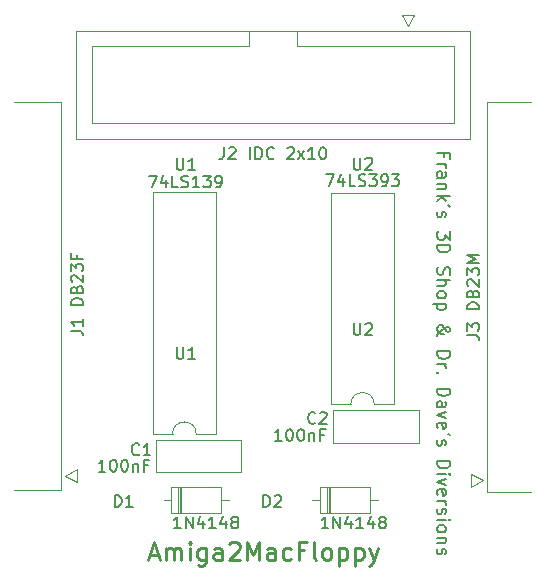
<source format=gbr>
%TF.GenerationSoftware,KiCad,Pcbnew,(5.1.9)-1*%
%TF.CreationDate,2021-07-27T22:16:15-04:00*%
%TF.ProjectId,Amiga2MacFloppy,416d6967-6132-44d6-9163-466c6f707079,1.0*%
%TF.SameCoordinates,Original*%
%TF.FileFunction,Legend,Top*%
%TF.FilePolarity,Positive*%
%FSLAX46Y46*%
G04 Gerber Fmt 4.6, Leading zero omitted, Abs format (unit mm)*
G04 Created by KiCad (PCBNEW (5.1.9)-1) date 2021-07-27 22:16:15*
%MOMM*%
%LPD*%
G01*
G04 APERTURE LIST*
%ADD10C,0.120000*%
%ADD11C,0.250000*%
%ADD12C,0.150000*%
G04 APERTURE END LIST*
D10*
X121767760Y-119492960D02*
X120767760Y-120092960D01*
X121767760Y-120592960D02*
X121767760Y-119492960D01*
X120767760Y-120092960D02*
X121767760Y-120592960D01*
X155167760Y-120992960D02*
X156167760Y-120392960D01*
X155167760Y-119892960D02*
X155167760Y-120992960D01*
X156167760Y-120392960D02*
X155167760Y-119892960D01*
D11*
X127960617Y-126742960D02*
X128674902Y-126742960D01*
X127817760Y-127171531D02*
X128317760Y-125671531D01*
X128817760Y-127171531D01*
X129317760Y-127171531D02*
X129317760Y-126171531D01*
X129317760Y-126314388D02*
X129389188Y-126242960D01*
X129532045Y-126171531D01*
X129746331Y-126171531D01*
X129889188Y-126242960D01*
X129960617Y-126385817D01*
X129960617Y-127171531D01*
X129960617Y-126385817D02*
X130032045Y-126242960D01*
X130174902Y-126171531D01*
X130389188Y-126171531D01*
X130532045Y-126242960D01*
X130603474Y-126385817D01*
X130603474Y-127171531D01*
X131317760Y-127171531D02*
X131317760Y-126171531D01*
X131317760Y-125671531D02*
X131246331Y-125742960D01*
X131317760Y-125814388D01*
X131389188Y-125742960D01*
X131317760Y-125671531D01*
X131317760Y-125814388D01*
X132674902Y-126171531D02*
X132674902Y-127385817D01*
X132603474Y-127528674D01*
X132532045Y-127600102D01*
X132389188Y-127671531D01*
X132174902Y-127671531D01*
X132032045Y-127600102D01*
X132674902Y-127100102D02*
X132532045Y-127171531D01*
X132246331Y-127171531D01*
X132103474Y-127100102D01*
X132032045Y-127028674D01*
X131960617Y-126885817D01*
X131960617Y-126457245D01*
X132032045Y-126314388D01*
X132103474Y-126242960D01*
X132246331Y-126171531D01*
X132532045Y-126171531D01*
X132674902Y-126242960D01*
X134032045Y-127171531D02*
X134032045Y-126385817D01*
X133960617Y-126242960D01*
X133817760Y-126171531D01*
X133532045Y-126171531D01*
X133389188Y-126242960D01*
X134032045Y-127100102D02*
X133889188Y-127171531D01*
X133532045Y-127171531D01*
X133389188Y-127100102D01*
X133317760Y-126957245D01*
X133317760Y-126814388D01*
X133389188Y-126671531D01*
X133532045Y-126600102D01*
X133889188Y-126600102D01*
X134032045Y-126528674D01*
X134674902Y-125814388D02*
X134746331Y-125742960D01*
X134889188Y-125671531D01*
X135246331Y-125671531D01*
X135389188Y-125742960D01*
X135460617Y-125814388D01*
X135532045Y-125957245D01*
X135532045Y-126100102D01*
X135460617Y-126314388D01*
X134603474Y-127171531D01*
X135532045Y-127171531D01*
X136174902Y-127171531D02*
X136174902Y-125671531D01*
X136674902Y-126742960D01*
X137174902Y-125671531D01*
X137174902Y-127171531D01*
X138532045Y-127171531D02*
X138532045Y-126385817D01*
X138460617Y-126242960D01*
X138317760Y-126171531D01*
X138032045Y-126171531D01*
X137889188Y-126242960D01*
X138532045Y-127100102D02*
X138389188Y-127171531D01*
X138032045Y-127171531D01*
X137889188Y-127100102D01*
X137817760Y-126957245D01*
X137817760Y-126814388D01*
X137889188Y-126671531D01*
X138032045Y-126600102D01*
X138389188Y-126600102D01*
X138532045Y-126528674D01*
X139889188Y-127100102D02*
X139746331Y-127171531D01*
X139460617Y-127171531D01*
X139317760Y-127100102D01*
X139246331Y-127028674D01*
X139174902Y-126885817D01*
X139174902Y-126457245D01*
X139246331Y-126314388D01*
X139317760Y-126242960D01*
X139460617Y-126171531D01*
X139746331Y-126171531D01*
X139889188Y-126242960D01*
X141032045Y-126385817D02*
X140532045Y-126385817D01*
X140532045Y-127171531D02*
X140532045Y-125671531D01*
X141246331Y-125671531D01*
X142032045Y-127171531D02*
X141889188Y-127100102D01*
X141817760Y-126957245D01*
X141817760Y-125671531D01*
X142817760Y-127171531D02*
X142674902Y-127100102D01*
X142603474Y-127028674D01*
X142532045Y-126885817D01*
X142532045Y-126457245D01*
X142603474Y-126314388D01*
X142674902Y-126242960D01*
X142817760Y-126171531D01*
X143032045Y-126171531D01*
X143174902Y-126242960D01*
X143246331Y-126314388D01*
X143317760Y-126457245D01*
X143317760Y-126885817D01*
X143246331Y-127028674D01*
X143174902Y-127100102D01*
X143032045Y-127171531D01*
X142817760Y-127171531D01*
X143960617Y-126171531D02*
X143960617Y-127671531D01*
X143960617Y-126242960D02*
X144103474Y-126171531D01*
X144389188Y-126171531D01*
X144532045Y-126242960D01*
X144603474Y-126314388D01*
X144674902Y-126457245D01*
X144674902Y-126885817D01*
X144603474Y-127028674D01*
X144532045Y-127100102D01*
X144389188Y-127171531D01*
X144103474Y-127171531D01*
X143960617Y-127100102D01*
X145317760Y-126171531D02*
X145317760Y-127671531D01*
X145317760Y-126242960D02*
X145460617Y-126171531D01*
X145746331Y-126171531D01*
X145889188Y-126242960D01*
X145960617Y-126314388D01*
X146032045Y-126457245D01*
X146032045Y-126885817D01*
X145960617Y-127028674D01*
X145889188Y-127100102D01*
X145746331Y-127171531D01*
X145460617Y-127171531D01*
X145317760Y-127100102D01*
X146532045Y-126171531D02*
X146889188Y-127171531D01*
X147246331Y-126171531D02*
X146889188Y-127171531D01*
X146746331Y-127528674D01*
X146674902Y-127600102D01*
X146532045Y-127671531D01*
D12*
X152846331Y-93088198D02*
X152846331Y-92721531D01*
X152270140Y-92721531D02*
X153370140Y-92721531D01*
X153370140Y-93245340D01*
X152270140Y-93664388D02*
X153003474Y-93664388D01*
X152793950Y-93664388D02*
X152898712Y-93716769D01*
X152951093Y-93769150D01*
X153003474Y-93873912D01*
X153003474Y-93978674D01*
X152270140Y-94816769D02*
X152846331Y-94816769D01*
X152951093Y-94764388D01*
X153003474Y-94659626D01*
X153003474Y-94450102D01*
X152951093Y-94345340D01*
X152322521Y-94816769D02*
X152270140Y-94712007D01*
X152270140Y-94450102D01*
X152322521Y-94345340D01*
X152427283Y-94292960D01*
X152532045Y-94292960D01*
X152636807Y-94345340D01*
X152689188Y-94450102D01*
X152689188Y-94712007D01*
X152741569Y-94816769D01*
X153003474Y-95340579D02*
X152270140Y-95340579D01*
X152898712Y-95340579D02*
X152951093Y-95392960D01*
X153003474Y-95497721D01*
X153003474Y-95654864D01*
X152951093Y-95759626D01*
X152846331Y-95812007D01*
X152270140Y-95812007D01*
X152270140Y-96335817D02*
X153370140Y-96335817D01*
X152689188Y-96440579D02*
X152270140Y-96754864D01*
X153003474Y-96754864D02*
X152584426Y-96335817D01*
X153370140Y-97278674D02*
X153160617Y-97173912D01*
X152322521Y-97697721D02*
X152270140Y-97802483D01*
X152270140Y-98012007D01*
X152322521Y-98116769D01*
X152427283Y-98169150D01*
X152479664Y-98169150D01*
X152584426Y-98116769D01*
X152636807Y-98012007D01*
X152636807Y-97854864D01*
X152689188Y-97750102D01*
X152793950Y-97697721D01*
X152846331Y-97697721D01*
X152951093Y-97750102D01*
X153003474Y-97854864D01*
X153003474Y-98012007D01*
X152951093Y-98116769D01*
X153370140Y-99373912D02*
X153370140Y-100054864D01*
X152951093Y-99688198D01*
X152951093Y-99845340D01*
X152898712Y-99950102D01*
X152846331Y-100002483D01*
X152741569Y-100054864D01*
X152479664Y-100054864D01*
X152374902Y-100002483D01*
X152322521Y-99950102D01*
X152270140Y-99845340D01*
X152270140Y-99531055D01*
X152322521Y-99426293D01*
X152374902Y-99373912D01*
X152270140Y-100526293D02*
X153370140Y-100526293D01*
X153370140Y-100788198D01*
X153317760Y-100945340D01*
X153212998Y-101050102D01*
X153108236Y-101102483D01*
X152898712Y-101154864D01*
X152741569Y-101154864D01*
X152532045Y-101102483D01*
X152427283Y-101050102D01*
X152322521Y-100945340D01*
X152270140Y-100788198D01*
X152270140Y-100526293D01*
X152322521Y-102412007D02*
X152270140Y-102569150D01*
X152270140Y-102831055D01*
X152322521Y-102935817D01*
X152374902Y-102988198D01*
X152479664Y-103040579D01*
X152584426Y-103040579D01*
X152689188Y-102988198D01*
X152741569Y-102935817D01*
X152793950Y-102831055D01*
X152846331Y-102621531D01*
X152898712Y-102516769D01*
X152951093Y-102464388D01*
X153055855Y-102412007D01*
X153160617Y-102412007D01*
X153265379Y-102464388D01*
X153317760Y-102516769D01*
X153370140Y-102621531D01*
X153370140Y-102883436D01*
X153317760Y-103040579D01*
X152270140Y-103512007D02*
X153370140Y-103512007D01*
X152270140Y-103983436D02*
X152846331Y-103983436D01*
X152951093Y-103931055D01*
X153003474Y-103826293D01*
X153003474Y-103669150D01*
X152951093Y-103564388D01*
X152898712Y-103512007D01*
X152270140Y-104664388D02*
X152322521Y-104559626D01*
X152374902Y-104507245D01*
X152479664Y-104454864D01*
X152793950Y-104454864D01*
X152898712Y-104507245D01*
X152951093Y-104559626D01*
X153003474Y-104664388D01*
X153003474Y-104821531D01*
X152951093Y-104926293D01*
X152898712Y-104978674D01*
X152793950Y-105031055D01*
X152479664Y-105031055D01*
X152374902Y-104978674D01*
X152322521Y-104926293D01*
X152270140Y-104821531D01*
X152270140Y-104664388D01*
X153003474Y-105502483D02*
X151903474Y-105502483D01*
X152951093Y-105502483D02*
X153003474Y-105607245D01*
X153003474Y-105816769D01*
X152951093Y-105921531D01*
X152898712Y-105973912D01*
X152793950Y-106026293D01*
X152479664Y-106026293D01*
X152374902Y-105973912D01*
X152322521Y-105921531D01*
X152270140Y-105816769D01*
X152270140Y-105607245D01*
X152322521Y-105502483D01*
X152270140Y-108226293D02*
X152270140Y-108173912D01*
X152322521Y-108069150D01*
X152479664Y-107912007D01*
X152793950Y-107650102D01*
X152951093Y-107545340D01*
X153108236Y-107492960D01*
X153212998Y-107492960D01*
X153317760Y-107545340D01*
X153370140Y-107650102D01*
X153370140Y-107702483D01*
X153317760Y-107807245D01*
X153212998Y-107859626D01*
X153160617Y-107859626D01*
X153055855Y-107807245D01*
X153003474Y-107754864D01*
X152793950Y-107440579D01*
X152741569Y-107388198D01*
X152636807Y-107335817D01*
X152479664Y-107335817D01*
X152374902Y-107388198D01*
X152322521Y-107440579D01*
X152270140Y-107545340D01*
X152270140Y-107702483D01*
X152322521Y-107807245D01*
X152374902Y-107859626D01*
X152584426Y-108016769D01*
X152741569Y-108069150D01*
X152846331Y-108069150D01*
X152270140Y-109535817D02*
X153370140Y-109535817D01*
X153370140Y-109797721D01*
X153317760Y-109954864D01*
X153212998Y-110059626D01*
X153108236Y-110112007D01*
X152898712Y-110164388D01*
X152741569Y-110164388D01*
X152532045Y-110112007D01*
X152427283Y-110059626D01*
X152322521Y-109954864D01*
X152270140Y-109797721D01*
X152270140Y-109535817D01*
X152270140Y-110635817D02*
X153003474Y-110635817D01*
X152793950Y-110635817D02*
X152898712Y-110688198D01*
X152951093Y-110740579D01*
X153003474Y-110845340D01*
X153003474Y-110950102D01*
X152374902Y-111316769D02*
X152322521Y-111369150D01*
X152270140Y-111316769D01*
X152322521Y-111264388D01*
X152374902Y-111316769D01*
X152270140Y-111316769D01*
X152270140Y-112678674D02*
X153370140Y-112678674D01*
X153370140Y-112940579D01*
X153317760Y-113097721D01*
X153212998Y-113202483D01*
X153108236Y-113254864D01*
X152898712Y-113307245D01*
X152741569Y-113307245D01*
X152532045Y-113254864D01*
X152427283Y-113202483D01*
X152322521Y-113097721D01*
X152270140Y-112940579D01*
X152270140Y-112678674D01*
X152270140Y-114250102D02*
X152846331Y-114250102D01*
X152951093Y-114197721D01*
X153003474Y-114092960D01*
X153003474Y-113883436D01*
X152951093Y-113778674D01*
X152322521Y-114250102D02*
X152270140Y-114145340D01*
X152270140Y-113883436D01*
X152322521Y-113778674D01*
X152427283Y-113726293D01*
X152532045Y-113726293D01*
X152636807Y-113778674D01*
X152689188Y-113883436D01*
X152689188Y-114145340D01*
X152741569Y-114250102D01*
X153003474Y-114669150D02*
X152270140Y-114931055D01*
X153003474Y-115192960D01*
X152322521Y-116031055D02*
X152270140Y-115926293D01*
X152270140Y-115716769D01*
X152322521Y-115612007D01*
X152427283Y-115559626D01*
X152846331Y-115559626D01*
X152951093Y-115612007D01*
X153003474Y-115716769D01*
X153003474Y-115926293D01*
X152951093Y-116031055D01*
X152846331Y-116083436D01*
X152741569Y-116083436D01*
X152636807Y-115559626D01*
X153370140Y-116607245D02*
X153160617Y-116502483D01*
X152322521Y-117026293D02*
X152270140Y-117131055D01*
X152270140Y-117340579D01*
X152322521Y-117445340D01*
X152427283Y-117497721D01*
X152479664Y-117497721D01*
X152584426Y-117445340D01*
X152636807Y-117340579D01*
X152636807Y-117183436D01*
X152689188Y-117078674D01*
X152793950Y-117026293D01*
X152846331Y-117026293D01*
X152951093Y-117078674D01*
X153003474Y-117183436D01*
X153003474Y-117340579D01*
X152951093Y-117445340D01*
X152270140Y-118807245D02*
X153370140Y-118807245D01*
X153370140Y-119069150D01*
X153317760Y-119226293D01*
X153212998Y-119331055D01*
X153108236Y-119383436D01*
X152898712Y-119435817D01*
X152741569Y-119435817D01*
X152532045Y-119383436D01*
X152427283Y-119331055D01*
X152322521Y-119226293D01*
X152270140Y-119069150D01*
X152270140Y-118807245D01*
X152270140Y-119907245D02*
X153003474Y-119907245D01*
X153370140Y-119907245D02*
X153317760Y-119854864D01*
X153265379Y-119907245D01*
X153317760Y-119959626D01*
X153370140Y-119907245D01*
X153265379Y-119907245D01*
X153003474Y-120326293D02*
X152270140Y-120588198D01*
X153003474Y-120850102D01*
X152322521Y-121688198D02*
X152270140Y-121583436D01*
X152270140Y-121373912D01*
X152322521Y-121269150D01*
X152427283Y-121216769D01*
X152846331Y-121216769D01*
X152951093Y-121269150D01*
X153003474Y-121373912D01*
X153003474Y-121583436D01*
X152951093Y-121688198D01*
X152846331Y-121740579D01*
X152741569Y-121740579D01*
X152636807Y-121216769D01*
X152270140Y-122212007D02*
X153003474Y-122212007D01*
X152793950Y-122212007D02*
X152898712Y-122264388D01*
X152951093Y-122316769D01*
X153003474Y-122421531D01*
X153003474Y-122526293D01*
X152322521Y-122840579D02*
X152270140Y-122945340D01*
X152270140Y-123154864D01*
X152322521Y-123259626D01*
X152427283Y-123312007D01*
X152479664Y-123312007D01*
X152584426Y-123259626D01*
X152636807Y-123154864D01*
X152636807Y-122997721D01*
X152689188Y-122892959D01*
X152793950Y-122840579D01*
X152846331Y-122840579D01*
X152951093Y-122892959D01*
X153003474Y-122997721D01*
X153003474Y-123154864D01*
X152951093Y-123259626D01*
X152270140Y-123783436D02*
X153003474Y-123783436D01*
X153370140Y-123783436D02*
X153317760Y-123731055D01*
X153265379Y-123783436D01*
X153317760Y-123835817D01*
X153370140Y-123783436D01*
X153265379Y-123783436D01*
X152270140Y-124464388D02*
X152322521Y-124359626D01*
X152374902Y-124307245D01*
X152479664Y-124254864D01*
X152793950Y-124254864D01*
X152898712Y-124307245D01*
X152951093Y-124359626D01*
X153003474Y-124464388D01*
X153003474Y-124621531D01*
X152951093Y-124726293D01*
X152898712Y-124778674D01*
X152793950Y-124831055D01*
X152479664Y-124831055D01*
X152374902Y-124778674D01*
X152322521Y-124726293D01*
X152270140Y-124621531D01*
X152270140Y-124464388D01*
X153003474Y-125302483D02*
X152270140Y-125302483D01*
X152898712Y-125302483D02*
X152951093Y-125354864D01*
X153003474Y-125459626D01*
X153003474Y-125616769D01*
X152951093Y-125721531D01*
X152846331Y-125773912D01*
X152270140Y-125773912D01*
X152322521Y-126245340D02*
X152270140Y-126350102D01*
X152270140Y-126559626D01*
X152322521Y-126664388D01*
X152427283Y-126716769D01*
X152479664Y-126716769D01*
X152584426Y-126664388D01*
X152636807Y-126559626D01*
X152636807Y-126402483D01*
X152689188Y-126297721D01*
X152793950Y-126245340D01*
X152846331Y-126245340D01*
X152951093Y-126297721D01*
X153003474Y-126402483D01*
X153003474Y-126559626D01*
X152951093Y-126664388D01*
D10*
%TO.C,J3*%
X156468000Y-121472333D02*
X160208000Y-121472333D01*
X156468000Y-88405667D02*
X156468000Y-121472333D01*
X160208000Y-88405667D02*
X156468000Y-88405667D01*
%TO.C,J1*%
X116412000Y-121233333D02*
X120444000Y-121233333D01*
X120444000Y-121233333D02*
X120444000Y-88420667D01*
X120444000Y-88420667D02*
X116412000Y-88420667D01*
%TO.C,D2*%
X142358000Y-120973000D02*
X142358000Y-123213000D01*
X142358000Y-123213000D02*
X146598000Y-123213000D01*
X146598000Y-123213000D02*
X146598000Y-120973000D01*
X146598000Y-120973000D02*
X142358000Y-120973000D01*
X141708000Y-122093000D02*
X142358000Y-122093000D01*
X147248000Y-122093000D02*
X146598000Y-122093000D01*
X143078000Y-120973000D02*
X143078000Y-123213000D01*
X143198000Y-120973000D02*
X143198000Y-123213000D01*
X142958000Y-120973000D02*
X142958000Y-123213000D01*
%TO.C,D1*%
X129758000Y-120973000D02*
X129758000Y-123213000D01*
X129758000Y-123213000D02*
X133998000Y-123213000D01*
X133998000Y-123213000D02*
X133998000Y-120973000D01*
X133998000Y-120973000D02*
X129758000Y-120973000D01*
X129108000Y-122093000D02*
X129758000Y-122093000D01*
X134648000Y-122093000D02*
X133998000Y-122093000D01*
X130478000Y-120973000D02*
X130478000Y-123213000D01*
X130598000Y-120973000D02*
X130598000Y-123213000D01*
X130358000Y-120973000D02*
X130358000Y-123213000D01*
%TO.C,C1*%
X128448000Y-117023000D02*
X135688000Y-117023000D01*
X128448000Y-119763000D02*
X135688000Y-119763000D01*
X128448000Y-117023000D02*
X128448000Y-119763000D01*
X135688000Y-117023000D02*
X135688000Y-119763000D01*
%TO.C,C2*%
X143448000Y-114523000D02*
X150688000Y-114523000D01*
X143448000Y-117263000D02*
X150688000Y-117263000D01*
X143448000Y-114523000D02*
X143448000Y-117263000D01*
X150688000Y-114523000D02*
X150688000Y-117263000D01*
%TO.C,J2*%
X149300000Y-81013000D02*
X149800000Y-82013000D01*
X150300000Y-81013000D02*
X149300000Y-81013000D01*
X149800000Y-82013000D02*
X150300000Y-81013000D01*
X136320000Y-83713000D02*
X136320000Y-82403000D01*
X136320000Y-83713000D02*
X136320000Y-83713000D01*
X123030000Y-83713000D02*
X136320000Y-83713000D01*
X123030000Y-90213000D02*
X123030000Y-83713000D01*
X153710000Y-90213000D02*
X123030000Y-90213000D01*
X153710000Y-83713000D02*
X153710000Y-90213000D01*
X140420000Y-83713000D02*
X153710000Y-83713000D01*
X140420000Y-82403000D02*
X140420000Y-83713000D01*
X121730000Y-82403000D02*
X155010000Y-82403000D01*
X121730000Y-91523000D02*
X121730000Y-82403000D01*
X155010000Y-91523000D02*
X121730000Y-91523000D01*
X155010000Y-82403000D02*
X155010000Y-91523000D01*
%TO.C,U2*%
X146947000Y-114014000D02*
X148597000Y-114014000D01*
X148597000Y-114014000D02*
X148597000Y-96114000D01*
X148597000Y-96114000D02*
X143297000Y-96114000D01*
X143297000Y-96114000D02*
X143297000Y-114014000D01*
X143297000Y-114014000D02*
X144947000Y-114014000D01*
X144947000Y-114014000D02*
G75*
G02*
X146947000Y-114014000I1000000J0D01*
G01*
%TO.C,U1*%
X131864000Y-116498000D02*
X133514000Y-116498000D01*
X133514000Y-116498000D02*
X133514000Y-96058000D01*
X133514000Y-96058000D02*
X128214000Y-96058000D01*
X128214000Y-96058000D02*
X128214000Y-116498000D01*
X128214000Y-116498000D02*
X129864000Y-116498000D01*
X129864000Y-116498000D02*
G75*
G02*
X131864000Y-116498000I1000000J0D01*
G01*
%TO.C,J3*%
D12*
X154811380Y-108141495D02*
X155525666Y-108141495D01*
X155668523Y-108189114D01*
X155763761Y-108284352D01*
X155811380Y-108427209D01*
X155811380Y-108522447D01*
X154811380Y-107760542D02*
X154811380Y-107141495D01*
X155192333Y-107474828D01*
X155192333Y-107331971D01*
X155239952Y-107236733D01*
X155287571Y-107189114D01*
X155382809Y-107141495D01*
X155620904Y-107141495D01*
X155716142Y-107189114D01*
X155763761Y-107236733D01*
X155811380Y-107331971D01*
X155811380Y-107617685D01*
X155763761Y-107712923D01*
X155716142Y-107760542D01*
X155811380Y-105951019D02*
X154811380Y-105951019D01*
X154811380Y-105712923D01*
X154859000Y-105570066D01*
X154954238Y-105474828D01*
X155049476Y-105427209D01*
X155239952Y-105379590D01*
X155382809Y-105379590D01*
X155573285Y-105427209D01*
X155668523Y-105474828D01*
X155763761Y-105570066D01*
X155811380Y-105712923D01*
X155811380Y-105951019D01*
X155287571Y-104617685D02*
X155335190Y-104474828D01*
X155382809Y-104427209D01*
X155478047Y-104379590D01*
X155620904Y-104379590D01*
X155716142Y-104427209D01*
X155763761Y-104474828D01*
X155811380Y-104570066D01*
X155811380Y-104951019D01*
X154811380Y-104951019D01*
X154811380Y-104617685D01*
X154859000Y-104522447D01*
X154906619Y-104474828D01*
X155001857Y-104427209D01*
X155097095Y-104427209D01*
X155192333Y-104474828D01*
X155239952Y-104522447D01*
X155287571Y-104617685D01*
X155287571Y-104951019D01*
X154906619Y-103998638D02*
X154859000Y-103951019D01*
X154811380Y-103855780D01*
X154811380Y-103617685D01*
X154859000Y-103522447D01*
X154906619Y-103474828D01*
X155001857Y-103427209D01*
X155097095Y-103427209D01*
X155239952Y-103474828D01*
X155811380Y-104046257D01*
X155811380Y-103427209D01*
X154811380Y-103093876D02*
X154811380Y-102474828D01*
X155192333Y-102808161D01*
X155192333Y-102665304D01*
X155239952Y-102570066D01*
X155287571Y-102522447D01*
X155382809Y-102474828D01*
X155620904Y-102474828D01*
X155716142Y-102522447D01*
X155763761Y-102570066D01*
X155811380Y-102665304D01*
X155811380Y-102951019D01*
X155763761Y-103046257D01*
X155716142Y-103093876D01*
X155811380Y-102046257D02*
X154811380Y-102046257D01*
X155525666Y-101712923D01*
X154811380Y-101379590D01*
X155811380Y-101379590D01*
%TO.C,J1*%
X121269480Y-107790138D02*
X121983766Y-107790138D01*
X122126623Y-107837757D01*
X122221861Y-107932995D01*
X122269480Y-108075852D01*
X122269480Y-108171090D01*
X122269480Y-106790138D02*
X122269480Y-107361566D01*
X122269480Y-107075852D02*
X121269480Y-107075852D01*
X121412338Y-107171090D01*
X121507576Y-107266328D01*
X121555195Y-107361566D01*
X122269480Y-105599661D02*
X121269480Y-105599661D01*
X121269480Y-105361566D01*
X121317100Y-105218709D01*
X121412338Y-105123471D01*
X121507576Y-105075852D01*
X121698052Y-105028233D01*
X121840909Y-105028233D01*
X122031385Y-105075852D01*
X122126623Y-105123471D01*
X122221861Y-105218709D01*
X122269480Y-105361566D01*
X122269480Y-105599661D01*
X121745671Y-104266328D02*
X121793290Y-104123471D01*
X121840909Y-104075852D01*
X121936147Y-104028233D01*
X122079004Y-104028233D01*
X122174242Y-104075852D01*
X122221861Y-104123471D01*
X122269480Y-104218709D01*
X122269480Y-104599661D01*
X121269480Y-104599661D01*
X121269480Y-104266328D01*
X121317100Y-104171090D01*
X121364719Y-104123471D01*
X121459957Y-104075852D01*
X121555195Y-104075852D01*
X121650433Y-104123471D01*
X121698052Y-104171090D01*
X121745671Y-104266328D01*
X121745671Y-104599661D01*
X121364719Y-103647280D02*
X121317100Y-103599661D01*
X121269480Y-103504423D01*
X121269480Y-103266328D01*
X121317100Y-103171090D01*
X121364719Y-103123471D01*
X121459957Y-103075852D01*
X121555195Y-103075852D01*
X121698052Y-103123471D01*
X122269480Y-103694900D01*
X122269480Y-103075852D01*
X121269480Y-102742519D02*
X121269480Y-102123471D01*
X121650433Y-102456804D01*
X121650433Y-102313947D01*
X121698052Y-102218709D01*
X121745671Y-102171090D01*
X121840909Y-102123471D01*
X122079004Y-102123471D01*
X122174242Y-102171090D01*
X122221861Y-102218709D01*
X122269480Y-102313947D01*
X122269480Y-102599661D01*
X122221861Y-102694900D01*
X122174242Y-102742519D01*
X121745671Y-101361566D02*
X121745671Y-101694900D01*
X122269480Y-101694900D02*
X121269480Y-101694900D01*
X121269480Y-101218709D01*
%TO.C,D2*%
X137549904Y-122705380D02*
X137549904Y-121705380D01*
X137788000Y-121705380D01*
X137930857Y-121753000D01*
X138026095Y-121848238D01*
X138073714Y-121943476D01*
X138121333Y-122133952D01*
X138121333Y-122276809D01*
X138073714Y-122467285D01*
X138026095Y-122562523D01*
X137930857Y-122657761D01*
X137788000Y-122705380D01*
X137549904Y-122705380D01*
X138502285Y-121800619D02*
X138549904Y-121753000D01*
X138645142Y-121705380D01*
X138883238Y-121705380D01*
X138978476Y-121753000D01*
X139026095Y-121800619D01*
X139073714Y-121895857D01*
X139073714Y-121991095D01*
X139026095Y-122133952D01*
X138454666Y-122705380D01*
X139073714Y-122705380D01*
X143054902Y-124515340D02*
X142483474Y-124515340D01*
X142769188Y-124515340D02*
X142769188Y-123515340D01*
X142673950Y-123658198D01*
X142578712Y-123753436D01*
X142483474Y-123801055D01*
X143483474Y-124515340D02*
X143483474Y-123515340D01*
X144054902Y-124515340D01*
X144054902Y-123515340D01*
X144959664Y-123848674D02*
X144959664Y-124515340D01*
X144721569Y-123467721D02*
X144483474Y-124182007D01*
X145102521Y-124182007D01*
X146007283Y-124515340D02*
X145435855Y-124515340D01*
X145721569Y-124515340D02*
X145721569Y-123515340D01*
X145626331Y-123658198D01*
X145531093Y-123753436D01*
X145435855Y-123801055D01*
X146864426Y-123848674D02*
X146864426Y-124515340D01*
X146626331Y-123467721D02*
X146388236Y-124182007D01*
X147007283Y-124182007D01*
X147531093Y-123943912D02*
X147435855Y-123896293D01*
X147388236Y-123848674D01*
X147340617Y-123753436D01*
X147340617Y-123705817D01*
X147388236Y-123610579D01*
X147435855Y-123562960D01*
X147531093Y-123515340D01*
X147721569Y-123515340D01*
X147816807Y-123562960D01*
X147864426Y-123610579D01*
X147912045Y-123705817D01*
X147912045Y-123753436D01*
X147864426Y-123848674D01*
X147816807Y-123896293D01*
X147721569Y-123943912D01*
X147531093Y-123943912D01*
X147435855Y-123991531D01*
X147388236Y-124039150D01*
X147340617Y-124134388D01*
X147340617Y-124324864D01*
X147388236Y-124420102D01*
X147435855Y-124467721D01*
X147531093Y-124515340D01*
X147721569Y-124515340D01*
X147816807Y-124467721D01*
X147864426Y-124420102D01*
X147912045Y-124324864D01*
X147912045Y-124134388D01*
X147864426Y-124039150D01*
X147816807Y-123991531D01*
X147721569Y-123943912D01*
%TO.C,D1*%
X124969904Y-122695380D02*
X124969904Y-121695380D01*
X125208000Y-121695380D01*
X125350857Y-121743000D01*
X125446095Y-121838238D01*
X125493714Y-121933476D01*
X125541333Y-122123952D01*
X125541333Y-122266809D01*
X125493714Y-122457285D01*
X125446095Y-122552523D01*
X125350857Y-122647761D01*
X125208000Y-122695380D01*
X124969904Y-122695380D01*
X126493714Y-122695380D02*
X125922285Y-122695380D01*
X126208000Y-122695380D02*
X126208000Y-121695380D01*
X126112761Y-121838238D01*
X126017523Y-121933476D01*
X125922285Y-121981095D01*
X130554902Y-124515340D02*
X129983474Y-124515340D01*
X130269188Y-124515340D02*
X130269188Y-123515340D01*
X130173950Y-123658198D01*
X130078712Y-123753436D01*
X129983474Y-123801055D01*
X130983474Y-124515340D02*
X130983474Y-123515340D01*
X131554902Y-124515340D01*
X131554902Y-123515340D01*
X132459664Y-123848674D02*
X132459664Y-124515340D01*
X132221569Y-123467721D02*
X131983474Y-124182007D01*
X132602521Y-124182007D01*
X133507283Y-124515340D02*
X132935855Y-124515340D01*
X133221569Y-124515340D02*
X133221569Y-123515340D01*
X133126331Y-123658198D01*
X133031093Y-123753436D01*
X132935855Y-123801055D01*
X134364426Y-123848674D02*
X134364426Y-124515340D01*
X134126331Y-123467721D02*
X133888236Y-124182007D01*
X134507283Y-124182007D01*
X135031093Y-123943912D02*
X134935855Y-123896293D01*
X134888236Y-123848674D01*
X134840617Y-123753436D01*
X134840617Y-123705817D01*
X134888236Y-123610579D01*
X134935855Y-123562960D01*
X135031093Y-123515340D01*
X135221569Y-123515340D01*
X135316807Y-123562960D01*
X135364426Y-123610579D01*
X135412045Y-123705817D01*
X135412045Y-123753436D01*
X135364426Y-123848674D01*
X135316807Y-123896293D01*
X135221569Y-123943912D01*
X135031093Y-123943912D01*
X134935855Y-123991531D01*
X134888236Y-124039150D01*
X134840617Y-124134388D01*
X134840617Y-124324864D01*
X134888236Y-124420102D01*
X134935855Y-124467721D01*
X135031093Y-124515340D01*
X135221569Y-124515340D01*
X135316807Y-124467721D01*
X135364426Y-124420102D01*
X135412045Y-124324864D01*
X135412045Y-124134388D01*
X135364426Y-124039150D01*
X135316807Y-123991531D01*
X135221569Y-123943912D01*
%TO.C,C1*%
X127031093Y-118230102D02*
X126983474Y-118277721D01*
X126840617Y-118325340D01*
X126745379Y-118325340D01*
X126602521Y-118277721D01*
X126507283Y-118182483D01*
X126459664Y-118087245D01*
X126412045Y-117896769D01*
X126412045Y-117753912D01*
X126459664Y-117563436D01*
X126507283Y-117468198D01*
X126602521Y-117372960D01*
X126745379Y-117325340D01*
X126840617Y-117325340D01*
X126983474Y-117372960D01*
X127031093Y-117420579D01*
X127983474Y-118325340D02*
X127412045Y-118325340D01*
X127697760Y-118325340D02*
X127697760Y-117325340D01*
X127602521Y-117468198D01*
X127507283Y-117563436D01*
X127412045Y-117611055D01*
X124180140Y-119705340D02*
X123608712Y-119705340D01*
X123894426Y-119705340D02*
X123894426Y-118705340D01*
X123799188Y-118848198D01*
X123703950Y-118943436D01*
X123608712Y-118991055D01*
X124799188Y-118705340D02*
X124894426Y-118705340D01*
X124989664Y-118752960D01*
X125037283Y-118800579D01*
X125084902Y-118895817D01*
X125132521Y-119086293D01*
X125132521Y-119324388D01*
X125084902Y-119514864D01*
X125037283Y-119610102D01*
X124989664Y-119657721D01*
X124894426Y-119705340D01*
X124799188Y-119705340D01*
X124703950Y-119657721D01*
X124656331Y-119610102D01*
X124608712Y-119514864D01*
X124561093Y-119324388D01*
X124561093Y-119086293D01*
X124608712Y-118895817D01*
X124656331Y-118800579D01*
X124703950Y-118752960D01*
X124799188Y-118705340D01*
X125751569Y-118705340D02*
X125846807Y-118705340D01*
X125942045Y-118752960D01*
X125989664Y-118800579D01*
X126037283Y-118895817D01*
X126084902Y-119086293D01*
X126084902Y-119324388D01*
X126037283Y-119514864D01*
X125989664Y-119610102D01*
X125942045Y-119657721D01*
X125846807Y-119705340D01*
X125751569Y-119705340D01*
X125656331Y-119657721D01*
X125608712Y-119610102D01*
X125561093Y-119514864D01*
X125513474Y-119324388D01*
X125513474Y-119086293D01*
X125561093Y-118895817D01*
X125608712Y-118800579D01*
X125656331Y-118752960D01*
X125751569Y-118705340D01*
X126513474Y-119038674D02*
X126513474Y-119705340D01*
X126513474Y-119133912D02*
X126561093Y-119086293D01*
X126656331Y-119038674D01*
X126799188Y-119038674D01*
X126894426Y-119086293D01*
X126942045Y-119181531D01*
X126942045Y-119705340D01*
X127751569Y-119181531D02*
X127418236Y-119181531D01*
X127418236Y-119705340D02*
X127418236Y-118705340D01*
X127894426Y-118705340D01*
%TO.C,C2*%
X141951093Y-115570102D02*
X141903474Y-115617721D01*
X141760617Y-115665340D01*
X141665379Y-115665340D01*
X141522521Y-115617721D01*
X141427283Y-115522483D01*
X141379664Y-115427245D01*
X141332045Y-115236769D01*
X141332045Y-115093912D01*
X141379664Y-114903436D01*
X141427283Y-114808198D01*
X141522521Y-114712960D01*
X141665379Y-114665340D01*
X141760617Y-114665340D01*
X141903474Y-114712960D01*
X141951093Y-114760579D01*
X142332045Y-114760579D02*
X142379664Y-114712960D01*
X142474902Y-114665340D01*
X142712998Y-114665340D01*
X142808236Y-114712960D01*
X142855855Y-114760579D01*
X142903474Y-114855817D01*
X142903474Y-114951055D01*
X142855855Y-115093912D01*
X142284426Y-115665340D01*
X142903474Y-115665340D01*
X139100140Y-117095340D02*
X138528712Y-117095340D01*
X138814426Y-117095340D02*
X138814426Y-116095340D01*
X138719188Y-116238198D01*
X138623950Y-116333436D01*
X138528712Y-116381055D01*
X139719188Y-116095340D02*
X139814426Y-116095340D01*
X139909664Y-116142960D01*
X139957283Y-116190579D01*
X140004902Y-116285817D01*
X140052521Y-116476293D01*
X140052521Y-116714388D01*
X140004902Y-116904864D01*
X139957283Y-117000102D01*
X139909664Y-117047721D01*
X139814426Y-117095340D01*
X139719188Y-117095340D01*
X139623950Y-117047721D01*
X139576331Y-117000102D01*
X139528712Y-116904864D01*
X139481093Y-116714388D01*
X139481093Y-116476293D01*
X139528712Y-116285817D01*
X139576331Y-116190579D01*
X139623950Y-116142960D01*
X139719188Y-116095340D01*
X140671569Y-116095340D02*
X140766807Y-116095340D01*
X140862045Y-116142960D01*
X140909664Y-116190579D01*
X140957283Y-116285817D01*
X141004902Y-116476293D01*
X141004902Y-116714388D01*
X140957283Y-116904864D01*
X140909664Y-117000102D01*
X140862045Y-117047721D01*
X140766807Y-117095340D01*
X140671569Y-117095340D01*
X140576331Y-117047721D01*
X140528712Y-117000102D01*
X140481093Y-116904864D01*
X140433474Y-116714388D01*
X140433474Y-116476293D01*
X140481093Y-116285817D01*
X140528712Y-116190579D01*
X140576331Y-116142960D01*
X140671569Y-116095340D01*
X141433474Y-116428674D02*
X141433474Y-117095340D01*
X141433474Y-116523912D02*
X141481093Y-116476293D01*
X141576331Y-116428674D01*
X141719188Y-116428674D01*
X141814426Y-116476293D01*
X141862045Y-116571531D01*
X141862045Y-117095340D01*
X142671569Y-116571531D02*
X142338236Y-116571531D01*
X142338236Y-117095340D02*
X142338236Y-116095340D01*
X142814426Y-116095340D01*
%TO.C,J2*%
X134203333Y-92245340D02*
X134203333Y-92959626D01*
X134155714Y-93102483D01*
X134060476Y-93197721D01*
X133917619Y-93245340D01*
X133822380Y-93245340D01*
X134631904Y-92340579D02*
X134679523Y-92292960D01*
X134774761Y-92245340D01*
X135012857Y-92245340D01*
X135108095Y-92292960D01*
X135155714Y-92340579D01*
X135203333Y-92435817D01*
X135203333Y-92531055D01*
X135155714Y-92673912D01*
X134584285Y-93245340D01*
X135203333Y-93245340D01*
X136393809Y-93245340D02*
X136393809Y-92245340D01*
X136870000Y-93245340D02*
X136870000Y-92245340D01*
X137108095Y-92245340D01*
X137250952Y-92292960D01*
X137346190Y-92388198D01*
X137393809Y-92483436D01*
X137441428Y-92673912D01*
X137441428Y-92816769D01*
X137393809Y-93007245D01*
X137346190Y-93102483D01*
X137250952Y-93197721D01*
X137108095Y-93245340D01*
X136870000Y-93245340D01*
X138441428Y-93150102D02*
X138393809Y-93197721D01*
X138250952Y-93245340D01*
X138155714Y-93245340D01*
X138012857Y-93197721D01*
X137917619Y-93102483D01*
X137870000Y-93007245D01*
X137822380Y-92816769D01*
X137822380Y-92673912D01*
X137870000Y-92483436D01*
X137917619Y-92388198D01*
X138012857Y-92292960D01*
X138155714Y-92245340D01*
X138250952Y-92245340D01*
X138393809Y-92292960D01*
X138441428Y-92340579D01*
X139584285Y-92340579D02*
X139631904Y-92292960D01*
X139727142Y-92245340D01*
X139965238Y-92245340D01*
X140060476Y-92292960D01*
X140108095Y-92340579D01*
X140155714Y-92435817D01*
X140155714Y-92531055D01*
X140108095Y-92673912D01*
X139536666Y-93245340D01*
X140155714Y-93245340D01*
X140489047Y-93245340D02*
X141012857Y-92578674D01*
X140489047Y-92578674D02*
X141012857Y-93245340D01*
X141917619Y-93245340D02*
X141346190Y-93245340D01*
X141631904Y-93245340D02*
X141631904Y-92245340D01*
X141536666Y-92388198D01*
X141441428Y-92483436D01*
X141346190Y-92531055D01*
X142536666Y-92245340D02*
X142631904Y-92245340D01*
X142727142Y-92292960D01*
X142774761Y-92340579D01*
X142822380Y-92435817D01*
X142870000Y-92626293D01*
X142870000Y-92864388D01*
X142822380Y-93054864D01*
X142774761Y-93150102D01*
X142727142Y-93197721D01*
X142631904Y-93245340D01*
X142536666Y-93245340D01*
X142441428Y-93197721D01*
X142393809Y-93150102D01*
X142346190Y-93054864D01*
X142298571Y-92864388D01*
X142298571Y-92626293D01*
X142346190Y-92435817D01*
X142393809Y-92340579D01*
X142441428Y-92292960D01*
X142536666Y-92245340D01*
%TO.C,U2*%
X145185095Y-93145340D02*
X145185095Y-93954864D01*
X145232714Y-94050102D01*
X145280333Y-94097721D01*
X145375571Y-94145340D01*
X145566047Y-94145340D01*
X145661285Y-94097721D01*
X145708904Y-94050102D01*
X145756523Y-93954864D01*
X145756523Y-93145340D01*
X146185095Y-93240579D02*
X146232714Y-93192960D01*
X146327952Y-93145340D01*
X146566047Y-93145340D01*
X146661285Y-93192960D01*
X146708904Y-93240579D01*
X146756523Y-93335817D01*
X146756523Y-93431055D01*
X146708904Y-93573912D01*
X146137476Y-94145340D01*
X146756523Y-94145340D01*
X142848712Y-94545340D02*
X143515379Y-94545340D01*
X143086807Y-95545340D01*
X144324902Y-94878674D02*
X144324902Y-95545340D01*
X144086807Y-94497721D02*
X143848712Y-95212007D01*
X144467760Y-95212007D01*
X145324902Y-95545340D02*
X144848712Y-95545340D01*
X144848712Y-94545340D01*
X145610617Y-95497721D02*
X145753474Y-95545340D01*
X145991569Y-95545340D01*
X146086807Y-95497721D01*
X146134426Y-95450102D01*
X146182045Y-95354864D01*
X146182045Y-95259626D01*
X146134426Y-95164388D01*
X146086807Y-95116769D01*
X145991569Y-95069150D01*
X145801093Y-95021531D01*
X145705855Y-94973912D01*
X145658236Y-94926293D01*
X145610617Y-94831055D01*
X145610617Y-94735817D01*
X145658236Y-94640579D01*
X145705855Y-94592960D01*
X145801093Y-94545340D01*
X146039188Y-94545340D01*
X146182045Y-94592960D01*
X146515379Y-94545340D02*
X147134426Y-94545340D01*
X146801093Y-94926293D01*
X146943950Y-94926293D01*
X147039188Y-94973912D01*
X147086807Y-95021531D01*
X147134426Y-95116769D01*
X147134426Y-95354864D01*
X147086807Y-95450102D01*
X147039188Y-95497721D01*
X146943950Y-95545340D01*
X146658236Y-95545340D01*
X146562998Y-95497721D01*
X146515379Y-95450102D01*
X147610617Y-95545340D02*
X147801093Y-95545340D01*
X147896331Y-95497721D01*
X147943950Y-95450102D01*
X148039188Y-95307245D01*
X148086807Y-95116769D01*
X148086807Y-94735817D01*
X148039188Y-94640579D01*
X147991569Y-94592960D01*
X147896331Y-94545340D01*
X147705855Y-94545340D01*
X147610617Y-94592960D01*
X147562998Y-94640579D01*
X147515379Y-94735817D01*
X147515379Y-94973912D01*
X147562998Y-95069150D01*
X147610617Y-95116769D01*
X147705855Y-95164388D01*
X147896331Y-95164388D01*
X147991569Y-95116769D01*
X148039188Y-95069150D01*
X148086807Y-94973912D01*
X148420140Y-94545340D02*
X149039188Y-94545340D01*
X148705855Y-94926293D01*
X148848712Y-94926293D01*
X148943950Y-94973912D01*
X148991569Y-95021531D01*
X149039188Y-95116769D01*
X149039188Y-95354864D01*
X148991569Y-95450102D01*
X148943950Y-95497721D01*
X148848712Y-95545340D01*
X148562998Y-95545340D01*
X148467760Y-95497721D01*
X148420140Y-95450102D01*
X145185095Y-107145340D02*
X145185095Y-107954864D01*
X145232714Y-108050102D01*
X145280333Y-108097721D01*
X145375571Y-108145340D01*
X145566047Y-108145340D01*
X145661285Y-108097721D01*
X145708904Y-108050102D01*
X145756523Y-107954864D01*
X145756523Y-107145340D01*
X146185095Y-107240579D02*
X146232714Y-107192960D01*
X146327952Y-107145340D01*
X146566047Y-107145340D01*
X146661285Y-107192960D01*
X146708904Y-107240579D01*
X146756523Y-107335817D01*
X146756523Y-107431055D01*
X146708904Y-107573912D01*
X146137476Y-108145340D01*
X146756523Y-108145340D01*
%TO.C,U1*%
X130198595Y-93145340D02*
X130198595Y-93954864D01*
X130246214Y-94050102D01*
X130293833Y-94097721D01*
X130389071Y-94145340D01*
X130579547Y-94145340D01*
X130674785Y-94097721D01*
X130722404Y-94050102D01*
X130770023Y-93954864D01*
X130770023Y-93145340D01*
X131770023Y-94145340D02*
X131198595Y-94145340D01*
X131484309Y-94145340D02*
X131484309Y-93145340D01*
X131389071Y-93288198D01*
X131293833Y-93383436D01*
X131198595Y-93431055D01*
X127848712Y-94645340D02*
X128515379Y-94645340D01*
X128086807Y-95645340D01*
X129324902Y-94978674D02*
X129324902Y-95645340D01*
X129086807Y-94597721D02*
X128848712Y-95312007D01*
X129467760Y-95312007D01*
X130324902Y-95645340D02*
X129848712Y-95645340D01*
X129848712Y-94645340D01*
X130610617Y-95597721D02*
X130753474Y-95645340D01*
X130991569Y-95645340D01*
X131086807Y-95597721D01*
X131134426Y-95550102D01*
X131182045Y-95454864D01*
X131182045Y-95359626D01*
X131134426Y-95264388D01*
X131086807Y-95216769D01*
X130991569Y-95169150D01*
X130801093Y-95121531D01*
X130705855Y-95073912D01*
X130658236Y-95026293D01*
X130610617Y-94931055D01*
X130610617Y-94835817D01*
X130658236Y-94740579D01*
X130705855Y-94692960D01*
X130801093Y-94645340D01*
X131039188Y-94645340D01*
X131182045Y-94692960D01*
X132134426Y-95645340D02*
X131562998Y-95645340D01*
X131848712Y-95645340D02*
X131848712Y-94645340D01*
X131753474Y-94788198D01*
X131658236Y-94883436D01*
X131562998Y-94931055D01*
X132467760Y-94645340D02*
X133086807Y-94645340D01*
X132753474Y-95026293D01*
X132896331Y-95026293D01*
X132991569Y-95073912D01*
X133039188Y-95121531D01*
X133086807Y-95216769D01*
X133086807Y-95454864D01*
X133039188Y-95550102D01*
X132991569Y-95597721D01*
X132896331Y-95645340D01*
X132610617Y-95645340D01*
X132515379Y-95597721D01*
X132467760Y-95550102D01*
X133562998Y-95645340D02*
X133753474Y-95645340D01*
X133848712Y-95597721D01*
X133896331Y-95550102D01*
X133991569Y-95407245D01*
X134039188Y-95216769D01*
X134039188Y-94835817D01*
X133991569Y-94740579D01*
X133943950Y-94692960D01*
X133848712Y-94645340D01*
X133658236Y-94645340D01*
X133562998Y-94692960D01*
X133515379Y-94740579D01*
X133467760Y-94835817D01*
X133467760Y-95073912D01*
X133515379Y-95169150D01*
X133562998Y-95216769D01*
X133658236Y-95264388D01*
X133848712Y-95264388D01*
X133943950Y-95216769D01*
X133991569Y-95169150D01*
X134039188Y-95073912D01*
X130205855Y-109145340D02*
X130205855Y-109954864D01*
X130253474Y-110050102D01*
X130301093Y-110097721D01*
X130396331Y-110145340D01*
X130586807Y-110145340D01*
X130682045Y-110097721D01*
X130729664Y-110050102D01*
X130777283Y-109954864D01*
X130777283Y-109145340D01*
X131777283Y-110145340D02*
X131205855Y-110145340D01*
X131491569Y-110145340D02*
X131491569Y-109145340D01*
X131396331Y-109288198D01*
X131301093Y-109383436D01*
X131205855Y-109431055D01*
%TD*%
M02*

</source>
